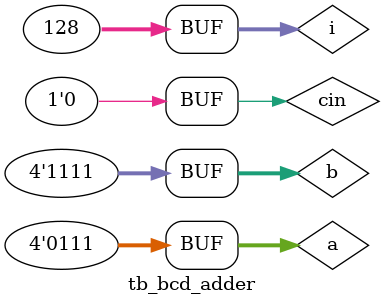
<source format=v>
module tb_bcd_adder;
reg [3:0]a,b;
reg cin;
wire [3:0] sum;
wire carry;
integer i;

bcd_adder dut(a,b,cin,sum,carry);


initial
begin
for(i=0;i<128;i=i+1)
begin
{cin,a,b}=i;
#10;
end
end

// initial begin $monitor("a=%b,b=%b,c=%b,sum=%b,carry=%b",a,b,cin,sum,carry);
// end

endmodule
</source>
